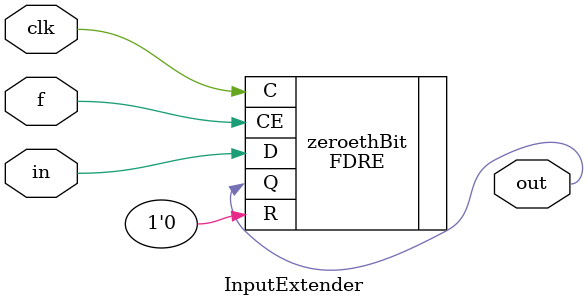
<source format=v>
`timescale 1ns / 1ps


module InputExtender(   input clk,
                        input f,
                        input in,
                        output out
                        );
    
FDRE #(.INIT(1'b0) ) zeroethBit (.C(clk), .R(1'b0), .CE(f), .D(in), .Q(out));    
endmodule

</source>
